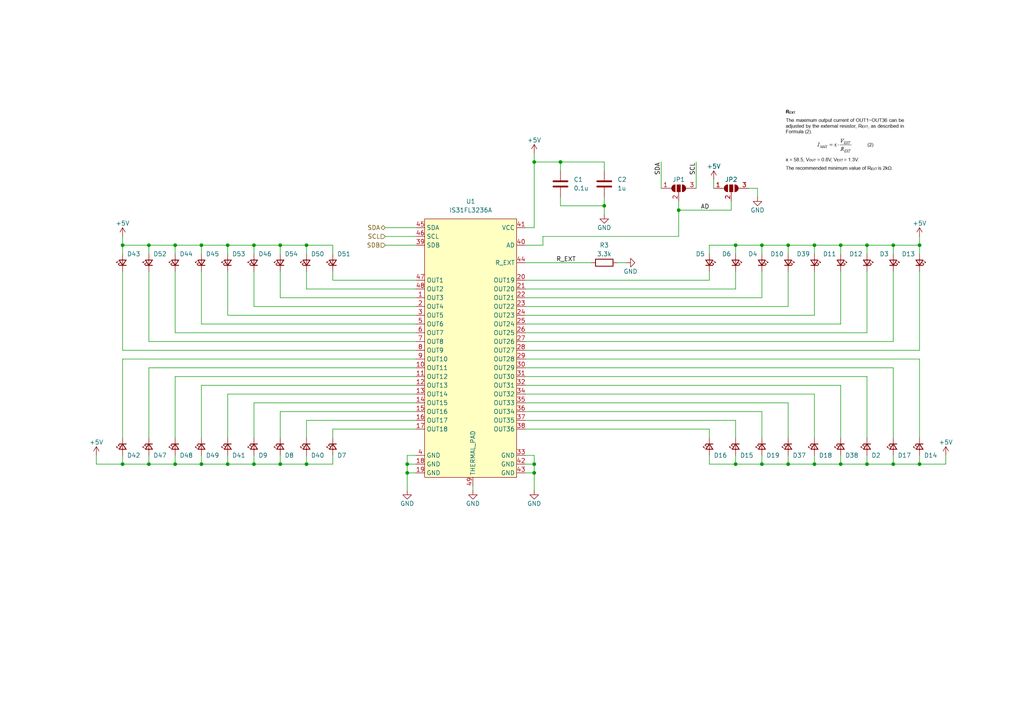
<source format=kicad_sch>
(kicad_sch (version 20211123) (generator eeschema)
  (paper "A4")
  (lib_symbols
    (symbol "Device:C" (pin_numbers hide) (pin_names (offset 0.254))
      (property "Reference" "C" (at 0.635 2.54 0))
      (property "Value" "C" (at 0.635 -2.54 0))
      (symbol "C_0_1"
        (polyline (pts (xy -2.032 -0.762) (xy 2.032 -0.762)) (stroke (width 0.508)))
        (polyline (pts (xy -2.032 0.762) (xy 2.032 0.762)) (stroke (width 0.508)))
      )
      (symbol "C_1_1"
        (pin passive line (at 0 3.81 270) (length 2.794) (name "~") (number "1"))
        (pin passive line (at 0 -3.81 90) (length 2.794) (name "~") (number "2"))
      )
    )
    (symbol "Device:LED_Small" (pin_numbers hide) (pin_names (offset 0.254) hide)
      (property "Reference" "D" (at -1.27 3.175 0))
      (property "Value" "LED_Small" (at -4.445 -2.54 0))
      (symbol "LED_Small_0_1"
        (polyline (pts (xy -0.762 -1.016) (xy -0.762 1.016)) (stroke (width 0.254)))
        (polyline (pts (xy 1.016 0) (xy -0.762 0)))
        (polyline (pts (xy 0.762 -1.016) (xy -0.762 0) (xy 0.762 1.016) (xy 0.762 -1.016)) (stroke (width 0.254)))
        (polyline (pts (xy 0 0.762) (xy -0.508 1.27) (xy -0.254 1.27) (xy -0.508 1.27) (xy -0.508 1.016)))
        (polyline (pts (xy 0.508 1.27) (xy 0 1.778) (xy 0.254 1.778) (xy 0 1.778) (xy 0 1.524)))
      )
      (symbol "LED_Small_1_1"
        (pin passive line (at -2.54 0 0) (length 1.778) (name "K") (number "1"))
        (pin passive line (at 2.54 0 180) (length 1.778) (name "A") (number "2"))
      )
    )
    (symbol "Device:R" (pin_numbers hide) (pin_names (offset 0))
      (property "Reference" "R" (at 2.032 0 90))
      (property "Value" "R" (at 0 0 90))
      (symbol "R_0_1"
        (rectangle (start -1.016 -2.54) (end 1.016 2.54) (stroke (width 0.254)))
      )
      (symbol "R_1_1"
        (pin passive line (at 0 3.81 270) (length 1.27) (name "~") (number "1"))
        (pin passive line (at 0 -3.81 90) (length 1.27) (name "~") (number "2"))
      )
    )
    (symbol "Jumper:SolderJumper_3_Open" (pin_names (offset 0) hide)
      (property "Reference" "JP" (at -2.54 -2.54 0))
      (property "Value" "SolderJumper_3_Open" (at 0 2.794 0))
      (symbol "SolderJumper_3_Open_0_1"
        (arc (start -1.016 1.016) (mid -2.032 0) (end -1.016 -1.016))
        (arc (start -1.016 1.016) (mid -2.032 0) (end -1.016 -1.016) (fill (type outline)))
        (rectangle (start -0.508 1.016) (end 0.508 -1.016) (fill (type outline)))
        (polyline (pts (xy -2.54 0) (xy -2.032 0)))
        (polyline (pts (xy -1.016 1.016) (xy -1.016 -1.016)))
        (polyline (pts (xy 0 -1.27) (xy 0 -1.016)))
        (polyline (pts (xy 1.016 1.016) (xy 1.016 -1.016)))
        (polyline (pts (xy 2.54 0) (xy 2.032 0)))
        (arc (start 1.016 -1.016) (mid 2.032 0) (end 1.016 1.016))
        (arc (start 1.016 -1.016) (mid 2.032 0) (end 1.016 1.016) (fill (type outline)))
      )
      (symbol "SolderJumper_3_Open_1_1"
        (pin passive line (at -5.08 0 0) (length 2.54) (name "A") (number "1"))
        (pin passive line (at 0 -3.81 90) (length 2.54) (name "C") (number "2"))
        (pin passive line (at 5.08 0 180) (length 2.54) (name "B") (number "3"))
      )
    )
    (symbol "WHL0137-LS:IS31FL3236A"
      (property "Reference" "U" (at 13.97 3.81 0))
      (property "Value" "IS31FL3236A" (at 13.97 1.27 0))
      (symbol "IS31FL3236A_0_0"
        (pin output line (at -2.54 -43.18 0) (length 2.54) (name "OUT11") (number "10"))
        (pin output line (at -2.54 -45.72 0) (length 2.54) (name "OUT12") (number "11"))
        (pin output line (at -2.54 -48.26 0) (length 2.54) (name "OUT13") (number "12"))
        (pin output line (at -2.54 -50.8 0) (length 2.54) (name "OUT14") (number "13"))
        (pin output line (at -2.54 -53.34 0) (length 2.54) (name "OUT15") (number "14"))
        (pin output line (at -2.54 -55.88 0) (length 2.54) (name "OUT16") (number "15"))
        (pin output line (at -2.54 -58.42 0) (length 2.54) (name "OUT17") (number "16"))
        (pin output line (at -2.54 -60.96 0) (length 2.54) (name "OUT18") (number "17"))
        (pin passive line (at -2.54 -71.12 0) (length 2.54) (name "GND") (number "18"))
        (pin passive line (at -2.54 -73.66 0) (length 2.54) (name "GND") (number "19"))
        (pin output line (at 29.21 -17.78 180) (length 2.54) (name "OUT19") (number "20"))
        (pin output line (at 29.21 -20.32 180) (length 2.54) (name "OUT20") (number "21"))
        (pin output line (at 29.21 -22.86 180) (length 2.54) (name "OUT21") (number "22"))
        (pin output line (at 29.21 -25.4 180) (length 2.54) (name "OUT22") (number "23"))
        (pin output line (at 29.21 -27.94 180) (length 2.54) (name "OUT23") (number "24"))
        (pin output line (at 29.21 -30.48 180) (length 2.54) (name "OUT24") (number "25"))
        (pin output line (at 29.21 -33.02 180) (length 2.54) (name "OUT25") (number "26"))
        (pin output line (at 29.21 -35.56 180) (length 2.54) (name "OUT26") (number "27"))
        (pin output line (at 29.21 -38.1 180) (length 2.54) (name "OUT27") (number "28"))
        (pin output line (at 29.21 -40.64 180) (length 2.54) (name "OUT28") (number "29"))
        (pin output line (at 29.21 -43.18 180) (length 2.54) (name "OUT29") (number "30"))
        (pin output line (at 29.21 -45.72 180) (length 2.54) (name "OUT30") (number "31"))
        (pin output line (at 29.21 -48.26 180) (length 2.54) (name "OUT31") (number "32"))
        (pin passive line (at 29.21 -68.58 180) (length 2.54) (name "GND") (number "33"))
        (pin output line (at 29.21 -50.8 180) (length 2.54) (name "OUT32") (number "34"))
        (pin output line (at 29.21 -53.34 180) (length 2.54) (name "OUT33") (number "35"))
        (pin output line (at 29.21 -55.88 180) (length 2.54) (name "OUT34") (number "36"))
        (pin output line (at 29.21 -58.42 180) (length 2.54) (name "OUT35") (number "37"))
        (pin output line (at 29.21 -60.96 180) (length 2.54) (name "OUT36") (number "38"))
        (pin input line (at -2.54 -7.62 0) (length 2.54) (name "SDB") (number "39"))
        (pin passive line (at -2.54 -68.58 0) (length 2.54) (name "GND") (number "4"))
        (pin input line (at 29.21 -7.62 180) (length 2.54) (name "AD") (number "40"))
        (pin power_in line (at 29.21 -2.54 180) (length 2.54) (name "VCC") (number "41"))
        (pin passive line (at 29.21 -71.12 180) (length 2.54) (name "GND") (number "42"))
        (pin passive line (at 29.21 -73.66 180) (length 2.54) (name "GND") (number "43"))
        (pin passive line (at 29.21 -12.7 180) (length 2.54) (name "R_EXT") (number "44"))
        (pin bidirectional line (at -2.54 -2.54 0) (length 2.54) (name "SDA") (number "45"))
        (pin input line (at -2.54 -5.08 0) (length 2.54) (name "SCL") (number "46"))
        (pin output line (at -2.54 -17.78 0) (length 2.54) (name "OUT1") (number "47"))
        (pin output line (at -2.54 -20.32 0) (length 2.54) (name "OUT2") (number "48"))
        (pin output line (at -2.54 -30.48 0) (length 2.54) (name "OUT6") (number "5"))
        (pin output line (at -2.54 -33.02 0) (length 2.54) (name "OUT7") (number "6"))
        (pin output line (at -2.54 -35.56 0) (length 2.54) (name "OUT8") (number "7"))
        (pin output line (at -2.54 -38.1 0) (length 2.54) (name "OUT9") (number "8"))
        (pin output line (at -2.54 -40.64 0) (length 2.54) (name "OUT10") (number "9"))
      )
      (symbol "IS31FL3236A_0_1"
        (rectangle (start 0 0) (end 26.67 -74.93) (fill (type background)))
      )
      (symbol "IS31FL3236A_1_1"
        (pin output line (at -2.54 -22.86 0) (length 2.54) (name "OUT3") (number "1"))
        (pin output line (at -2.54 -25.4 0) (length 2.54) (name "OUT4") (number "2"))
        (pin output line (at -2.54 -27.94 0) (length 2.54) (name "OUT5") (number "3"))
        (pin passive line (at 13.97 -77.47 90) (length 2.54) (name "THERMAL_PAD") (number "49"))
      )
    )
    (symbol "power:+5V" (power) (pin_names (offset 0))
      (property "Value" "+5V" (at 0 3.556 0))
      (symbol "+5V_0_1"
        (polyline (pts (xy -0.762 1.27) (xy 0 2.54)))
        (polyline (pts (xy 0 0) (xy 0 2.54)))
        (polyline (pts (xy 0 2.54) (xy 0.762 1.27)))
      )
      (symbol "+5V_1_1"
        (pin power_in line (at 0 0 90) (length 0) hide (name "+5V") (number "1"))
      )
    )
    (symbol "power:GND" (power) (pin_names (offset 0))
      (property "Value" "GND" (at 0 -3.81 0))
      (symbol "GND_0_1"
        (polyline (pts (xy 0 0) (xy 0 -1.27) (xy 1.27 -1.27) (xy 0 -2.54) (xy -1.27 -1.27) (xy 0 -1.27)))
      )
      (symbol "GND_1_1"
        (pin power_in line (at 0 0 270) (length 0) hide (name "GND") (number "1"))
      )
    )
  )
  (junction (at 58.42 71.12))
  (junction (at 154.94 137.16))
  (junction (at 162.56 46.99))
  (junction (at 266.7 71.12))
  (junction (at 73.66 134.62))
  (junction (at 58.42 134.62))
  (junction (at 88.9 134.62))
  (junction (at 259.08 134.62))
  (junction (at 81.28 71.12))
  (junction (at 220.98 71.12))
  (junction (at 35.56 71.12))
  (junction (at 259.08 71.12))
  (junction (at 73.66 71.12))
  (junction (at 236.22 71.12))
  (junction (at 50.8 71.12))
  (junction (at 228.6 71.12))
  (junction (at 50.8 134.62))
  (junction (at 251.46 71.12))
  (junction (at 236.22 134.62))
  (junction (at 213.36 134.62))
  (junction (at 243.84 134.62))
  (junction (at 213.36 71.12))
  (junction (at 196.85 60.96))
  (junction (at 266.7 134.62))
  (junction (at 118.11 137.16))
  (junction (at 43.18 134.62))
  (junction (at 175.26 59.69))
  (junction (at 220.98 134.62))
  (junction (at 154.94 134.62))
  (junction (at 66.04 71.12))
  (junction (at 118.11 134.62))
  (junction (at 43.18 71.12))
  (junction (at 243.84 71.12))
  (junction (at 228.6 134.62))
  (junction (at 154.94 46.99))
  (junction (at 251.46 134.62))
  (junction (at 66.04 134.62))
  (junction (at 35.56 134.62))
  (junction (at 88.9 71.12))
  (junction (at 81.28 134.62))
  (wire (pts (xy 220.98 71.12) (xy 228.6 71.12)))
  (wire (pts (xy 120.65 93.98) (xy 58.42 93.98)))
  (wire (pts (xy 120.65 88.9) (xy 73.66 88.9)))
  (wire (pts (xy 73.66 116.84) (xy 73.66 127)))
  (wire (pts (xy 213.36 121.92) (xy 213.36 127)))
  (wire (pts (xy 266.7 104.14) (xy 266.7 127)))
  (wire (pts (xy 205.74 78.74) (xy 205.74 81.28)))
  (wire (pts (xy 43.18 71.12) (xy 43.18 73.66)))
  (wire (pts (xy 120.65 111.76) (xy 58.42 111.76)))
  (wire (pts (xy 266.7 71.12) (xy 266.7 73.66)))
  (wire (pts (xy 259.08 106.68) (xy 259.08 127)))
  (wire (pts (xy 196.85 60.96) (xy 196.85 68.58)))
  (wire (pts (xy 213.36 83.82) (xy 213.36 78.74)))
  (wire (pts (xy 274.32 134.62) (xy 266.7 134.62)))
  (wire (pts (xy 213.36 134.62) (xy 213.36 132.08)))
  (wire (pts (xy 236.22 91.44) (xy 236.22 78.74)))
  (wire (pts (xy 259.08 134.62) (xy 259.08 132.08)))
  (wire (pts (xy 251.46 134.62) (xy 251.46 132.08)))
  (wire (pts (xy 118.11 137.16) (xy 118.11 134.62)))
  (wire (pts (xy 220.98 134.62) (xy 220.98 132.08)))
  (wire (pts (xy 111.76 66.04) (xy 120.65 66.04)))
  (wire (pts (xy 251.46 134.62) (xy 259.08 134.62)))
  (wire (pts (xy 243.84 134.62) (xy 243.84 132.08)))
  (wire (pts (xy 228.6 134.62) (xy 228.6 132.08)))
  (wire (pts (xy 120.65 99.06) (xy 43.18 99.06)))
  (wire (pts (xy 88.9 83.82) (xy 88.9 78.74)))
  (wire (pts (xy 152.4 104.14) (xy 266.7 104.14)))
  (wire (pts (xy 43.18 99.06) (xy 43.18 78.74)))
  (wire (pts (xy 152.4 114.3) (xy 236.22 114.3)))
  (wire (pts (xy 35.56 68.58) (xy 35.56 71.12)))
  (wire (pts (xy 50.8 71.12) (xy 43.18 71.12)))
  (wire (pts (xy 213.36 71.12) (xy 220.98 71.12)))
  (wire (pts (xy 274.32 132.08) (xy 274.32 134.62)))
  (wire (pts (xy 259.08 134.62) (xy 266.7 134.62)))
  (wire (pts (xy 58.42 134.62) (xy 58.42 132.08)))
  (wire (pts (xy 175.26 59.69) (xy 175.26 62.23)))
  (wire (pts (xy 96.52 132.08) (xy 96.52 134.62)))
  (wire (pts (xy 152.4 134.62) (xy 154.94 134.62)))
  (wire (pts (xy 152.4 99.06) (xy 259.08 99.06)))
  (wire (pts (xy 50.8 78.74) (xy 50.8 96.52)))
  (wire (pts (xy 220.98 78.74) (xy 220.98 86.36)))
  (wire (pts (xy 58.42 93.98) (xy 58.42 78.74)))
  (wire (pts (xy 212.09 60.96) (xy 196.85 60.96)))
  (wire (pts (xy 66.04 134.62) (xy 58.42 134.62)))
  (wire (pts (xy 175.26 46.99) (xy 162.56 46.99)))
  (wire (pts (xy 81.28 78.74) (xy 81.28 86.36)))
  (wire (pts (xy 205.74 81.28) (xy 152.4 81.28)))
  (wire (pts (xy 73.66 88.9) (xy 73.66 78.74)))
  (wire (pts (xy 213.36 134.62) (xy 220.98 134.62)))
  (wire (pts (xy 243.84 71.12) (xy 243.84 73.66)))
  (wire (pts (xy 154.94 46.99) (xy 154.94 44.45)))
  (wire (pts (xy 35.56 101.6) (xy 35.56 78.74)))
  (wire (pts (xy 81.28 134.62) (xy 81.28 132.08)))
  (wire (pts (xy 120.65 106.68) (xy 43.18 106.68)))
  (wire (pts (xy 152.4 116.84) (xy 228.6 116.84)))
  (wire (pts (xy 219.71 54.61) (xy 219.71 57.15)))
  (wire (pts (xy 120.65 101.6) (xy 35.56 101.6)))
  (wire (pts (xy 205.74 132.08) (xy 205.74 134.62)))
  (wire (pts (xy 96.52 124.46) (xy 120.65 124.46)))
  (wire (pts (xy 251.46 96.52) (xy 152.4 96.52)))
  (wire (pts (xy 88.9 134.62) (xy 88.9 132.08)))
  (wire (pts (xy 266.7 134.62) (xy 266.7 132.08)))
  (wire (pts (xy 154.94 134.62) (xy 154.94 132.08)))
  (wire (pts (xy 81.28 71.12) (xy 73.66 71.12)))
  (wire (pts (xy 43.18 134.62) (xy 35.56 134.62)))
  (wire (pts (xy 236.22 134.62) (xy 243.84 134.62)))
  (wire (pts (xy 243.84 93.98) (xy 243.84 78.74)))
  (wire (pts (xy 152.4 83.82) (xy 213.36 83.82)))
  (wire (pts (xy 220.98 71.12) (xy 220.98 73.66)))
  (wire (pts (xy 259.08 99.06) (xy 259.08 78.74)))
  (wire (pts (xy 27.94 134.62) (xy 35.56 134.62)))
  (wire (pts (xy 50.8 127) (xy 50.8 109.22)))
  (wire (pts (xy 154.94 142.24) (xy 154.94 137.16)))
  (wire (pts (xy 120.65 91.44) (xy 66.04 91.44)))
  (wire (pts (xy 251.46 78.74) (xy 251.46 96.52)))
  (wire (pts (xy 96.52 73.66) (xy 96.52 71.12)))
  (wire (pts (xy 243.84 111.76) (xy 243.84 127)))
  (wire (pts (xy 205.74 73.66) (xy 205.74 71.12)))
  (wire (pts (xy 35.56 104.14) (xy 35.56 127)))
  (wire (pts (xy 118.11 142.24) (xy 118.11 137.16)))
  (wire (pts (xy 179.07 76.2) (xy 181.61 76.2)))
  (wire (pts (xy 96.52 127) (xy 96.52 124.46)))
  (wire (pts (xy 228.6 71.12) (xy 228.6 73.66)))
  (wire (pts (xy 152.4 106.68) (xy 259.08 106.68)))
  (wire (pts (xy 228.6 116.84) (xy 228.6 127)))
  (wire (pts (xy 96.52 81.28) (xy 120.65 81.28)))
  (wire (pts (xy 152.4 93.98) (xy 243.84 93.98)))
  (wire (pts (xy 175.26 49.53) (xy 175.26 46.99)))
  (wire (pts (xy 266.7 68.58) (xy 266.7 71.12)))
  (wire (pts (xy 58.42 71.12) (xy 50.8 71.12)))
  (wire (pts (xy 152.4 101.6) (xy 266.7 101.6)))
  (wire (pts (xy 236.22 71.12) (xy 243.84 71.12)))
  (wire (pts (xy 152.4 88.9) (xy 228.6 88.9)))
  (wire (pts (xy 236.22 114.3) (xy 236.22 127)))
  (wire (pts (xy 162.56 59.69) (xy 162.56 57.15)))
  (wire (pts (xy 175.26 59.69) (xy 162.56 59.69)))
  (wire (pts (xy 66.04 91.44) (xy 66.04 78.74)))
  (wire (pts (xy 88.9 71.12) (xy 81.28 71.12)))
  (wire (pts (xy 81.28 71.12) (xy 81.28 73.66)))
  (wire (pts (xy 73.66 71.12) (xy 73.66 73.66)))
  (wire (pts (xy 96.52 134.62) (xy 88.9 134.62)))
  (wire (pts (xy 81.28 86.36) (xy 120.65 86.36)))
  (wire (pts (xy 50.8 71.12) (xy 50.8 73.66)))
  (wire (pts (xy 66.04 71.12) (xy 58.42 71.12)))
  (wire (pts (xy 66.04 114.3) (xy 66.04 127)))
  (wire (pts (xy 205.74 71.12) (xy 213.36 71.12)))
  (wire (pts (xy 205.74 124.46) (xy 152.4 124.46)))
  (wire (pts (xy 66.04 134.62) (xy 66.04 132.08)))
  (wire (pts (xy 207.01 52.07) (xy 207.01 54.61)))
  (wire (pts (xy 213.36 71.12) (xy 213.36 73.66)))
  (wire (pts (xy 220.98 134.62) (xy 228.6 134.62)))
  (wire (pts (xy 251.46 109.22) (xy 251.46 127)))
  (wire (pts (xy 251.46 109.22) (xy 152.4 109.22)))
  (wire (pts (xy 73.66 134.62) (xy 73.66 132.08)))
  (wire (pts (xy 81.28 127) (xy 81.28 119.38)))
  (wire (pts (xy 201.93 46.99) (xy 201.93 54.61)))
  (wire (pts (xy 118.11 132.08) (xy 120.65 132.08)))
  (wire (pts (xy 157.48 68.58) (xy 196.85 68.58)))
  (wire (pts (xy 220.98 127) (xy 220.98 119.38)))
  (wire (pts (xy 120.65 134.62) (xy 118.11 134.62)))
  (wire (pts (xy 96.52 71.12) (xy 88.9 71.12)))
  (wire (pts (xy 88.9 71.12) (xy 88.9 73.66)))
  (wire (pts (xy 111.76 71.12) (xy 120.65 71.12)))
  (wire (pts (xy 228.6 134.62) (xy 236.22 134.62)))
  (wire (pts (xy 243.84 71.12) (xy 251.46 71.12)))
  (wire (pts (xy 259.08 71.12) (xy 259.08 73.66)))
  (wire (pts (xy 58.42 111.76) (xy 58.42 127)))
  (wire (pts (xy 81.28 134.62) (xy 73.66 134.62)))
  (wire (pts (xy 35.56 71.12) (xy 35.56 73.66)))
  (wire (pts (xy 154.94 46.99) (xy 162.56 46.99)))
  (wire (pts (xy 120.65 104.14) (xy 35.56 104.14)))
  (wire (pts (xy 154.94 132.08) (xy 152.4 132.08)))
  (wire (pts (xy 43.18 71.12) (xy 35.56 71.12)))
  (wire (pts (xy 120.65 116.84) (xy 73.66 116.84)))
  (wire (pts (xy 154.94 66.04) (xy 154.94 46.99)))
  (wire (pts (xy 266.7 101.6) (xy 266.7 78.74)))
  (wire (pts (xy 152.4 121.92) (xy 213.36 121.92)))
  (wire (pts (xy 205.74 134.62) (xy 213.36 134.62)))
  (wire (pts (xy 228.6 71.12) (xy 236.22 71.12)))
  (wire (pts (xy 152.4 76.2) (xy 171.45 76.2)))
  (wire (pts (xy 220.98 119.38) (xy 152.4 119.38)))
  (wire (pts (xy 152.4 137.16) (xy 154.94 137.16)))
  (wire (pts (xy 191.77 46.99) (xy 191.77 54.61)))
  (wire (pts (xy 243.84 134.62) (xy 251.46 134.62)))
  (wire (pts (xy 35.56 134.62) (xy 35.56 132.08)))
  (wire (pts (xy 175.26 57.15) (xy 175.26 59.69)))
  (wire (pts (xy 196.85 58.42) (xy 196.85 60.96)))
  (wire (pts (xy 259.08 71.12) (xy 266.7 71.12)))
  (wire (pts (xy 96.52 78.74) (xy 96.52 81.28)))
  (wire (pts (xy 50.8 96.52) (xy 120.65 96.52)))
  (wire (pts (xy 81.28 119.38) (xy 120.65 119.38)))
  (wire (pts (xy 73.66 71.12) (xy 66.04 71.12)))
  (wire (pts (xy 111.76 68.58) (xy 120.65 68.58)))
  (wire (pts (xy 88.9 134.62) (xy 81.28 134.62)))
  (wire (pts (xy 236.22 71.12) (xy 236.22 73.66)))
  (wire (pts (xy 152.4 111.76) (xy 243.84 111.76)))
  (wire (pts (xy 152.4 71.12) (xy 157.48 71.12)))
  (wire (pts (xy 50.8 134.62) (xy 50.8 132.08)))
  (wire (pts (xy 66.04 71.12) (xy 66.04 73.66)))
  (wire (pts (xy 154.94 137.16) (xy 154.94 134.62)))
  (wire (pts (xy 137.16 140.97) (xy 137.16 142.24)))
  (wire (pts (xy 118.11 134.62) (xy 118.11 132.08)))
  (wire (pts (xy 212.09 58.42) (xy 212.09 60.96)))
  (wire (pts (xy 58.42 71.12) (xy 58.42 73.66)))
  (wire (pts (xy 251.46 71.12) (xy 251.46 73.66)))
  (wire (pts (xy 120.65 121.92) (xy 88.9 121.92)))
  (wire (pts (xy 88.9 121.92) (xy 88.9 127)))
  (wire (pts (xy 50.8 134.62) (xy 43.18 134.62)))
  (wire (pts (xy 236.22 134.62) (xy 236.22 132.08)))
  (wire (pts (xy 120.65 137.16) (xy 118.11 137.16)))
  (wire (pts (xy 228.6 88.9) (xy 228.6 78.74)))
  (wire (pts (xy 73.66 134.62) (xy 66.04 134.62)))
  (wire (pts (xy 120.65 83.82) (xy 88.9 83.82)))
  (wire (pts (xy 152.4 66.04) (xy 154.94 66.04)))
  (wire (pts (xy 251.46 71.12) (xy 259.08 71.12)))
  (wire (pts (xy 220.98 86.36) (xy 152.4 86.36)))
  (wire (pts (xy 120.65 114.3) (xy 66.04 114.3)))
  (wire (pts (xy 152.4 91.44) (xy 236.22 91.44)))
  (wire (pts (xy 50.8 109.22) (xy 120.65 109.22)))
  (wire (pts (xy 205.74 127) (xy 205.74 124.46)))
  (wire (pts (xy 27.94 132.08) (xy 27.94 134.62)))
  (wire (pts (xy 217.17 54.61) (xy 219.71 54.61)))
  (wire (pts (xy 162.56 46.99) (xy 162.56 49.53)))
  (wire (pts (xy 43.18 106.68) (xy 43.18 127)))
  (wire (pts (xy 43.18 134.62) (xy 43.18 132.08)))
  (wire (pts (xy 58.42 134.62) (xy 50.8 134.62)))
  (wire (pts (xy 157.48 71.12) (xy 157.48 68.58)))
  (image (at 245.11 40.64))
  (label "R_EXT" (at 161.29 76.2 0))
  (label "SCL" (at 201.93 50.8 90))
  (label "AD" (at 203.2 60.96 0))
  (label "SDA" (at 191.77 50.8 90))
  (hierarchical_label "SCL" (shape input) (at 111.76 68.58 180))
  (hierarchical_label "SDB" (shape input) (at 111.76 71.12 180))
  (hierarchical_label "SDA" (shape bidirectional) (at 111.76 66.04 180))
  (symbol (lib_id "Device:LED_Small") (at 266.7 76.2 270) (mirror x) (unit 1)
    (property "Reference" "D13" (at 265.43 73.66 90) (effects (justify right)))
    (property "Value" "LED_Small" (effects hide))
    (property "Footprint" "LED_THT:LED_D5.0mm" (effects hide))
  )
  (symbol (lib_id "Device:LED_Small") (at 66.04 129.54 90) (mirror x) (unit 1)
    (property "Reference" "D41" (at 67.31 132.08 90) (effects (justify right)))
    (property "Value" "LED_Small" (effects hide))
    (property "Footprint" "LED_THT:LED_D5.0mm" (effects hide))
  )
  (symbol (lib_id "Device:LED_Small") (at 58.42 76.2 90) (unit 1)
    (property "Reference" "D45" (at 59.69 73.66 90) (effects (justify right)))
    (property "Value" "LED_Small" (effects hide))
    (property "Footprint" "LED_THT:LED_D5.0mm" (effects hide))
  )
  (symbol (lib_id "power:GND") (at 137.16 142.24 0) (unit 1)
    (property "Reference" "#PWR09" (effects hide))
    (property "Value" "GND" (at 137.16 146.05 0))
  )
  (symbol (lib_id "Device:LED_Small") (at 73.66 129.54 90) (mirror x) (unit 1)
    (property "Reference" "D9" (at 74.93 132.08 90) (effects (justify right)))
    (property "Value" "LED_Small" (effects hide))
    (property "Footprint" "LED_THT:LED_D5.0mm" (effects hide))
  )
  (symbol (lib_id "power:+5V") (at 154.94 44.45 0) (unit 1)
    (property "Reference" "#PWR010" (effects hide))
    (property "Value" "+5V" (at 154.94 40.64 0))
  )
  (symbol (lib_id "Device:LED_Small") (at 236.22 76.2 270) (mirror x) (unit 1)
    (property "Reference" "D39" (at 234.95 73.66 90) (effects (justify right)))
    (property "Value" "LED_Small" (effects hide))
    (property "Footprint" "LED_THT:LED_D5.0mm" (effects hide))
  )
  (symbol (lib_id "power:GND") (at 154.94 142.24 0) (unit 1)
    (property "Reference" "#PWR011" (effects hide))
    (property "Value" "GND" (at 154.94 146.05 0))
  )
  (symbol (lib_id "power:GND") (at 181.61 76.2 90) (unit 1)
    (property "Reference" "#PWR013" (effects hide))
    (property "Value" "GND" (at 182.88 78.74 90))
  )
  (symbol (lib_id "Device:LED_Small") (at 228.6 76.2 270) (mirror x) (unit 1)
    (property "Reference" "D10" (at 227.33 73.66 90) (effects (justify right)))
    (property "Value" "LED_Small" (effects hide))
    (property "Footprint" "LED_THT:LED_D5.0mm" (effects hide))
  )
  (symbol (lib_id "Device:LED_Small") (at 88.9 76.2 90) (unit 1)
    (property "Reference" "D50" (at 90.17 73.66 90) (effects (justify right)))
    (property "Value" "LED_Small" (effects hide))
    (property "Footprint" "LED_THT:LED_D5.0mm" (effects hide))
  )
  (symbol (lib_id "Device:LED_Small") (at 205.74 129.54 90) (mirror x) (unit 1)
    (property "Reference" "D16" (at 207.01 132.08 90) (effects (justify right)))
    (property "Value" "LED_Small" (effects hide))
    (property "Footprint" "LED_THT:LED_D5.0mm" (effects hide))
  )
  (symbol (lib_id "Device:LED_Small") (at 243.84 76.2 270) (mirror x) (unit 1)
    (property "Reference" "D11" (at 242.57 73.66 90) (effects (justify right)))
    (property "Value" "LED_Small" (effects hide))
    (property "Footprint" "LED_THT:LED_D5.0mm" (effects hide))
  )
  (symbol (lib_id "Device:C") (at 175.26 53.34 0) (unit 1)
    (property "Reference" "C2" (at 179.07 52.0699 0) (effects (justify left)))
    (property "Value" "1u" (at 179.07 54.6099 0) (effects (justify left)))
    (property "Footprint" "Capacitor_SMD:C_0805_2012Metric" (effects hide))
  )
  (symbol (lib_id "Device:LED_Small") (at 220.98 129.54 90) (mirror x) (unit 1)
    (property "Reference" "D19" (at 222.25 132.08 90) (effects (justify right)))
    (property "Value" "LED_Small" (effects hide))
    (property "Footprint" "LED_THT:LED_D5.0mm" (effects hide))
  )
  (symbol (lib_id "power:GND") (at 219.71 57.15 0) (unit 1)
    (property "Reference" "#PWR015" (effects hide))
    (property "Value" "GND" (at 219.71 60.96 0))
  )
  (symbol (lib_id "Device:R") (at 175.26 76.2 90) (unit 1)
    (property "Reference" "R3" (at 175.26 71.12 90))
    (property "Value" "3.3k" (at 175.26 73.66 90))
    (property "Footprint" "Resistor_SMD:R_0805_2012Metric" (effects hide))
  )
  (symbol (lib_id "Device:C") (at 162.56 53.34 0) (unit 1)
    (property "Reference" "C1" (at 166.37 52.0699 0) (effects (justify left)))
    (property "Value" "0.1u" (at 166.37 54.6099 0) (effects (justify left)))
    (property "Footprint" "Capacitor_SMD:C_0805_2012Metric" (effects hide))
  )
  (symbol (lib_id "Device:LED_Small") (at 205.74 76.2 270) (mirror x) (unit 1)
    (property "Reference" "D5" (at 204.47 73.66 90) (effects (justify right)))
    (property "Value" "LED_Small" (effects hide))
    (property "Footprint" "LED_THT:LED_D5.0mm" (effects hide))
  )
  (symbol (lib_id "Device:LED_Small") (at 66.04 76.2 90) (unit 1)
    (property "Reference" "D53" (at 67.31 73.66 90) (effects (justify right)))
    (property "Value" "LED_Small" (effects hide))
    (property "Footprint" "LED_THT:LED_D5.0mm" (effects hide))
  )
  (symbol (lib_id "Jumper:SolderJumper_3_Open") (at 196.85 54.61 0) (unit 1)
    (property "Reference" "JP1" (at 196.85 52.07 0))
    (property "Value" "SolderJumper_3_Open" (effects hide))
    (property "Footprint" "Jumper:SolderJumper-3_P2.0mm_Open_TrianglePad1.0x1.5mm_NumberLabels" (effects hide))
  )
  (symbol (lib_id "Device:LED_Small") (at 259.08 76.2 270) (mirror x) (unit 1)
    (property "Reference" "D3" (at 257.81 73.66 90) (effects (justify right)))
    (property "Value" "LED_Small" (effects hide))
    (property "Footprint" "LED_THT:LED_D5.0mm" (effects hide))
  )
  (symbol (lib_id "Device:LED_Small") (at 50.8 76.2 90) (unit 1)
    (property "Reference" "D44" (at 52.07 73.66 90) (effects (justify right)))
    (property "Value" "LED_Small" (effects hide))
    (property "Footprint" "LED_THT:LED_D5.0mm" (effects hide))
  )
  (symbol (lib_id "Device:LED_Small") (at 266.7 129.54 90) (mirror x) (unit 1)
    (property "Reference" "D14" (at 267.97 132.08 90) (effects (justify right)))
    (property "Value" "LED_Small" (effects hide))
    (property "Footprint" "LED_THT:LED_D5.0mm" (effects hide))
  )
  (symbol (lib_id "Device:LED_Small") (at 35.56 129.54 90) (mirror x) (unit 1)
    (property "Reference" "D42" (at 36.83 132.08 90) (effects (justify right)))
    (property "Value" "LED_Small" (effects hide))
    (property "Footprint" "LED_THT:LED_D5.0mm" (effects hide))
  )
  (symbol (lib_id "power:GND") (at 118.11 142.24 0) (mirror y) (unit 1)
    (property "Reference" "#PWR08" (effects hide))
    (property "Value" "GND" (at 118.11 146.05 0))
  )
  (symbol (lib_id "Device:LED_Small") (at 43.18 129.54 90) (mirror x) (unit 1)
    (property "Reference" "D47" (at 44.45 132.08 90) (effects (justify right)))
    (property "Value" "LED_Small" (effects hide))
    (property "Footprint" "LED_THT:LED_D5.0mm" (effects hide))
  )
  (symbol (lib_id "Device:LED_Small") (at 73.66 76.2 90) (unit 1)
    (property "Reference" "D46" (at 74.93 73.66 90) (effects (justify right)))
    (property "Value" "LED_Small" (effects hide))
    (property "Footprint" "LED_THT:LED_D5.0mm" (effects hide))
  )
  (symbol (lib_id "Device:LED_Small") (at 243.84 129.54 90) (mirror x) (unit 1)
    (property "Reference" "D38" (at 245.11 132.08 90) (effects (justify right)))
    (property "Value" "LED_Small" (effects hide))
    (property "Footprint" "LED_THT:LED_D5.0mm" (effects hide))
  )
  (symbol (lib_id "Device:LED_Small") (at 96.52 129.54 90) (mirror x) (unit 1)
    (property "Reference" "D7" (at 97.79 132.08 90) (effects (justify right)))
    (property "Value" "LED_Small" (effects hide))
    (property "Footprint" "LED_THT:LED_D5.0mm" (effects hide))
  )
  (symbol (lib_id "Device:LED_Small") (at 58.42 129.54 90) (mirror x) (unit 1)
    (property "Reference" "D49" (at 59.69 132.08 90) (effects (justify right)))
    (property "Value" "LED_Small" (effects hide))
    (property "Footprint" "LED_THT:LED_D5.0mm" (effects hide))
  )
  (symbol (lib_id "power:+5V") (at 274.32 132.08 0) (mirror y) (unit 1)
    (property "Reference" "#PWR017" (effects hide))
    (property "Value" "+5V" (at 274.32 128.27 0))
  )
  (symbol (lib_id "WHL0137-LS:IS31FL3236A") (at 123.19 63.5 0) (unit 1)
    (property "Reference" "U1" (at 136.525 58.42 0))
    (property "Value" "IS31FL3236A" (at 136.525 60.96 0))
    (property "Footprint" "Package_QFP:TQFP-48-1EP_7x7mm_P0.5mm_EP5x5mm_ThermalVias" (effects hide))
  )
  (symbol (lib_id "Device:LED_Small") (at 35.56 76.2 90) (unit 1)
    (property "Reference" "D43" (at 36.83 73.66 90) (effects (justify right)))
    (property "Value" "LED_Small" (effects hide))
    (property "Footprint" "LED_THT:LED_D5.0mm" (effects hide))
  )
  (symbol (lib_id "Device:LED_Small") (at 228.6 129.54 90) (mirror x) (unit 1)
    (property "Reference" "D37" (at 229.87 132.08 90) (effects (justify right)))
    (property "Value" "LED_Small" (effects hide))
    (property "Footprint" "LED_THT:LED_D5.0mm" (effects hide))
  )
  (symbol (lib_id "power:GND") (at 175.26 62.23 0) (mirror y) (unit 1)
    (property "Reference" "#PWR012" (effects hide))
    (property "Value" "GND" (at 175.26 66.04 0))
  )
  (symbol (lib_id "Device:LED_Small") (at 50.8 129.54 90) (mirror x) (unit 1)
    (property "Reference" "D48" (at 52.07 132.08 90) (effects (justify right)))
    (property "Value" "LED_Small" (effects hide))
    (property "Footprint" "LED_THT:LED_D5.0mm" (effects hide))
  )
  (symbol (lib_id "power:+5V") (at 27.94 132.08 0) (unit 1)
    (property "Reference" "#PWR06" (effects hide))
    (property "Value" "+5V" (at 27.94 128.27 0))
  )
  (symbol (lib_id "Device:LED_Small") (at 220.98 76.2 270) (mirror x) (unit 1)
    (property "Reference" "D4" (at 219.71 73.66 90) (effects (justify right)))
    (property "Value" "LED_Small" (effects hide))
    (property "Footprint" "LED_THT:LED_D5.0mm" (effects hide))
  )
  (symbol (lib_id "Device:LED_Small") (at 81.28 76.2 90) (unit 1)
    (property "Reference" "D54" (at 82.55 73.66 90) (effects (justify right)))
    (property "Value" "LED_Small" (effects hide))
    (property "Footprint" "LED_THT:LED_D5.0mm" (effects hide))
  )
  (symbol (lib_id "power:+5V") (at 266.7 68.58 0) (unit 1)
    (property "Reference" "#PWR016" (effects hide))
    (property "Value" "+5V" (at 266.7 64.77 0))
  )
  (symbol (lib_id "Jumper:SolderJumper_3_Open") (at 212.09 54.61 0) (unit 1)
    (property "Reference" "JP2" (at 212.09 52.07 0))
    (property "Value" "SolderJumper_3_Open" (effects hide))
    (property "Footprint" "Jumper:SolderJumper-3_P2.0mm_Open_TrianglePad1.0x1.5mm_NumberLabels" (effects hide))
  )
  (symbol (lib_id "Device:LED_Small") (at 236.22 129.54 90) (mirror x) (unit 1)
    (property "Reference" "D18" (at 237.49 132.08 90) (effects (justify right)))
    (property "Value" "LED_Small" (effects hide))
    (property "Footprint" "LED_THT:LED_D5.0mm" (effects hide))
  )
  (symbol (lib_id "Device:LED_Small") (at 96.52 76.2 90) (unit 1)
    (property "Reference" "D51" (at 97.79 73.66 90) (effects (justify right)))
    (property "Value" "LED_Small" (effects hide))
    (property "Footprint" "LED_THT:LED_D5.0mm" (effects hide))
  )
  (symbol (lib_id "Device:LED_Small") (at 43.18 76.2 90) (unit 1)
    (property "Reference" "D52" (at 44.45 73.66 90) (effects (justify right)))
    (property "Value" "LED_Small" (effects hide))
    (property "Footprint" "LED_THT:LED_D5.0mm" (effects hide))
  )
  (symbol (lib_id "Device:LED_Small") (at 213.36 76.2 270) (mirror x) (unit 1)
    (property "Reference" "D6" (at 212.09 73.66 90) (effects (justify right)))
    (property "Value" "LED_Small" (effects hide))
    (property "Footprint" "LED_THT:LED_D5.0mm" (effects hide))
  )
  (symbol (lib_id "Device:LED_Small") (at 81.28 129.54 90) (mirror x) (unit 1)
    (property "Reference" "D8" (at 82.55 132.08 90) (effects (justify right)))
    (property "Value" "LED_Small" (effects hide))
    (property "Footprint" "LED_THT:LED_D5.0mm" (effects hide))
  )
  (symbol (lib_id "Device:LED_Small") (at 259.08 129.54 90) (mirror x) (unit 1)
    (property "Reference" "D17" (at 260.35 132.08 90) (effects (justify right)))
    (property "Value" "LED_Small" (effects hide))
    (property "Footprint" "LED_THT:LED_D5.0mm" (effects hide))
  )
  (symbol (lib_id "Device:LED_Small") (at 88.9 129.54 90) (mirror x) (unit 1)
    (property "Reference" "D40" (at 90.17 132.08 90) (effects (justify right)))
    (property "Value" "LED_Small" (effects hide))
    (property "Footprint" "LED_THT:LED_D5.0mm" (effects hide))
  )
  (symbol (lib_id "Device:LED_Small") (at 251.46 76.2 270) (mirror x) (unit 1)
    (property "Reference" "D12" (at 250.19 73.66 90) (effects (justify right)))
    (property "Value" "LED_Small" (effects hide))
    (property "Footprint" "LED_THT:LED_D5.0mm" (effects hide))
  )
  (symbol (lib_id "power:+5V") (at 35.56 68.58 0) (unit 1)
    (property "Reference" "#PWR07" (effects hide))
    (property "Value" "+5V" (at 35.56 64.77 0))
  )
  (symbol (lib_id "Device:LED_Small") (at 213.36 129.54 90) (mirror x) (unit 1)
    (property "Reference" "D15" (at 214.63 132.08 90) (effects (justify right)))
    (property "Value" "LED_Small" (effects hide))
    (property "Footprint" "LED_THT:LED_D5.0mm" (effects hide))
  )
  (symbol (lib_id "Device:LED_Small") (at 251.46 129.54 90) (mirror x) (unit 1)
    (property "Reference" "D2" (at 252.73 132.08 90) (effects (justify right)))
    (property "Value" "LED_Small" (effects hide))
    (property "Footprint" "LED_THT:LED_D5.0mm" (effects hide))
  )
  (symbol (lib_id "power:+5V") (at 207.01 52.07 0) (unit 1)
    (property "Reference" "#PWR014" (effects hide))
    (property "Value" "+5V" (at 207.01 48.26 0))
  )
)
</source>
